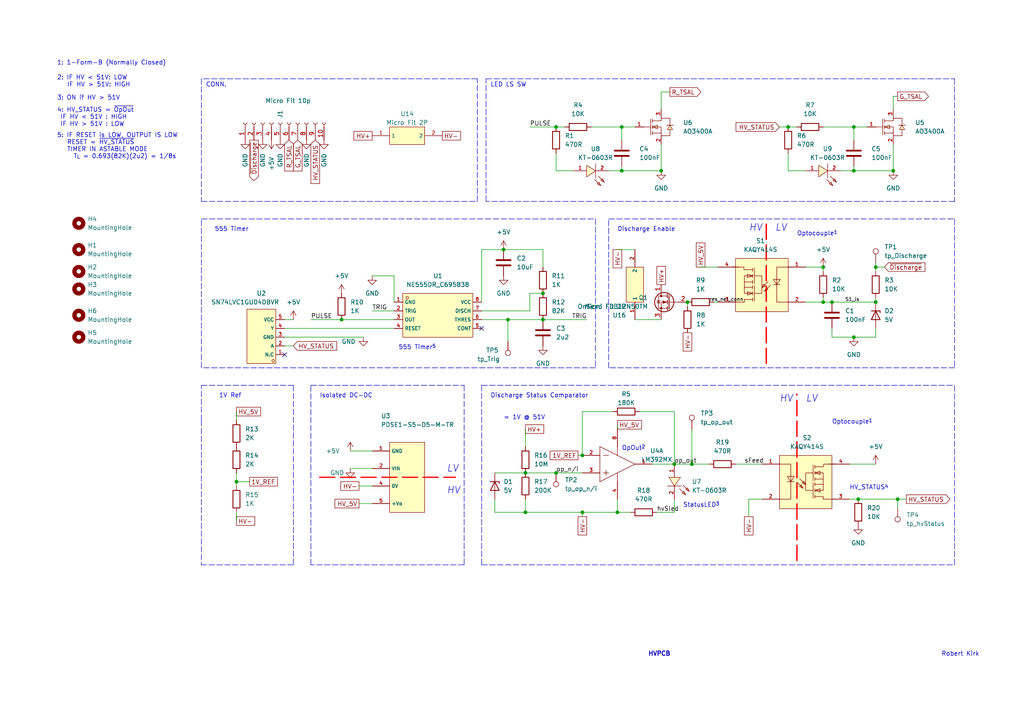
<source format=kicad_sch>
(kicad_sch (version 20211123) (generator eeschema)
  (paper "A4")
  (lib_symbols
    (symbol "Connector:Conn_01x10_Female" (pin_names (offset 1.016) hide)
      (property "Reference" "J" (at 0 12.7 0))
      (property "Value" "Conn_01x10_Female" (at 0 -15.24 0))
      (symbol "Conn_01x10_Female_1_1"
        (arc (start 0 -12.192) (mid -0.508 -12.7) (end 0 -13.208) (stroke (width 0.1524)))
        (arc (start 0 -9.652) (mid -0.508 -10.16) (end 0 -10.668) (stroke (width 0.1524)))
        (arc (start 0 -7.112) (mid -0.508 -7.62) (end 0 -8.128) (stroke (width 0.1524)))
        (arc (start 0 -4.572) (mid -0.508 -5.08) (end 0 -5.588) (stroke (width 0.1524)))
        (arc (start 0 -2.032) (mid -0.508 -2.54) (end 0 -3.048) (stroke (width 0.1524)))
        (polyline (pts (xy -1.27 -12.7) (xy -0.508 -12.7)) (stroke (width 0.1524)))
        (polyline (pts (xy -1.27 -10.16) (xy -0.508 -10.16)) (stroke (width 0.1524)))
        (polyline (pts (xy -1.27 -7.62) (xy -0.508 -7.62)) (stroke (width 0.1524)))
        (polyline (pts (xy -1.27 -5.08) (xy -0.508 -5.08)) (stroke (width 0.1524)))
        (polyline (pts (xy -1.27 -2.54) (xy -0.508 -2.54)) (stroke (width 0.1524)))
        (polyline (pts (xy -1.27 0) (xy -0.508 0)) (stroke (width 0.1524)))
        (polyline (pts (xy -1.27 2.54) (xy -0.508 2.54)) (stroke (width 0.1524)))
        (polyline (pts (xy -1.27 5.08) (xy -0.508 5.08)) (stroke (width 0.1524)))
        (polyline (pts (xy -1.27 7.62) (xy -0.508 7.62)) (stroke (width 0.1524)))
        (polyline (pts (xy -1.27 10.16) (xy -0.508 10.16)) (stroke (width 0.1524)))
        (arc (start 0 0.508) (mid -0.508 0) (end 0 -0.508) (stroke (width 0.1524)))
        (arc (start 0 3.048) (mid -0.508 2.54) (end 0 2.032) (stroke (width 0.1524)))
        (arc (start 0 5.588) (mid -0.508 5.08) (end 0 4.572) (stroke (width 0.1524)))
        (arc (start 0 8.128) (mid -0.508 7.62) (end 0 7.112) (stroke (width 0.1524)))
        (arc (start 0 10.668) (mid -0.508 10.16) (end 0 9.652) (stroke (width 0.1524)))
        (pin passive line (at -5.08 10.16 0) (length 3.81) (name "Pin_1") (number "1"))
        (pin passive line (at -5.08 -12.7 0) (length 3.81) (name "Pin_10") (number "10"))
        (pin passive line (at -5.08 7.62 0) (length 3.81) (name "Pin_2") (number "2"))
        (pin passive line (at -5.08 5.08 0) (length 3.81) (name "Pin_3") (number "3"))
        (pin passive line (at -5.08 2.54 0) (length 3.81) (name "Pin_4") (number "4"))
        (pin passive line (at -5.08 0 0) (length 3.81) (name "Pin_5") (number "5"))
        (pin passive line (at -5.08 -2.54 0) (length 3.81) (name "Pin_6") (number "6"))
        (pin passive line (at -5.08 -5.08 0) (length 3.81) (name "Pin_7") (number "7"))
        (pin passive line (at -5.08 -7.62 0) (length 3.81) (name "Pin_8") (number "8"))
        (pin passive line (at -5.08 -10.16 0) (length 3.81) (name "Pin_9") (number "9"))
      )
    )
    (symbol "Connector:TestPoint" (pin_numbers hide) (pin_names (offset 0.762) hide)
      (property "Reference" "TP" (at 0 6.858 0))
      (property "Value" "TestPoint" (at 0 5.08 0))
      (symbol "TestPoint_0_1"
        (circle (center 0 3.302) (radius 0.762))
      )
      (symbol "TestPoint_1_1"
        (pin passive line (at 0 0 90) (length 2.54) (name "1") (number "1"))
      )
    )
    (symbol "Device:C" (pin_numbers hide) (pin_names (offset 0.254))
      (property "Reference" "C" (at 0.635 2.54 0))
      (property "Value" "C" (at 0.635 -2.54 0))
      (symbol "C_0_1"
        (polyline (pts (xy -2.032 -0.762) (xy 2.032 -0.762)) (stroke (width 0.508)))
        (polyline (pts (xy -2.032 0.762) (xy 2.032 0.762)) (stroke (width 0.508)))
      )
      (symbol "C_1_1"
        (pin passive line (at 0 3.81 270) (length 2.794) (name "~") (number "1"))
        (pin passive line (at 0 -3.81 90) (length 2.794) (name "~") (number "2"))
      )
    )
    (symbol "Device:D_Zener" (pin_numbers hide) (pin_names (offset 1.016) hide)
      (property "Reference" "D" (at 0 2.54 0))
      (property "Value" "D_Zener" (at 0 -2.54 0))
      (symbol "D_Zener_0_1"
        (polyline (pts (xy 1.27 0) (xy -1.27 0)))
        (polyline (pts (xy -1.27 -1.27) (xy -1.27 1.27) (xy -0.762 1.27)) (stroke (width 0.254)))
        (polyline (pts (xy 1.27 -1.27) (xy 1.27 1.27) (xy -1.27 0) (xy 1.27 -1.27)) (stroke (width 0.254)))
      )
      (symbol "D_Zener_1_1"
        (pin passive line (at -3.81 0 0) (length 2.54) (name "K") (number "1"))
        (pin passive line (at 3.81 0 180) (length 2.54) (name "A") (number "2"))
      )
    )
    (symbol "Device:R" (pin_numbers hide) (pin_names (offset 0))
      (property "Reference" "R" (at 2.032 0 90))
      (property "Value" "R" (at 0 0 90))
      (symbol "R_0_1"
        (rectangle (start -1.016 -2.54) (end 1.016 2.54) (stroke (width 0.254)))
      )
      (symbol "R_1_1"
        (pin passive line (at 0 3.81 270) (length 1.27) (name "~") (number "1"))
        (pin passive line (at 0 -3.81 90) (length 1.27) (name "~") (number "2"))
      )
    )
    (symbol "Mechanical:MountingHole" (pin_names (offset 1.016))
      (property "Reference" "H" (at 0 5.08 0))
      (property "Value" "MountingHole" (at 0 3.175 0))
      (symbol "MountingHole_0_1"
        (circle (center 0 0) (radius 1.27) (stroke (width 1.27)))
      )
    )
    (symbol "Transistor_FET:BS170" (pin_names hide)
      (property "Reference" "Q" (at 5.08 1.905 0))
      (property "Value" "BS170" (at 5.08 0 0))
      (symbol "BS170_0_1"
        (polyline (pts (xy 0.254 0) (xy -2.54 0)))
        (polyline (pts (xy 0.254 1.905) (xy 0.254 -1.905)) (stroke (width 0.254)))
        (polyline (pts (xy 0.762 -1.27) (xy 0.762 -2.286)) (stroke (width 0.254)))
        (polyline (pts (xy 0.762 0.508) (xy 0.762 -0.508)) (stroke (width 0.254)))
        (polyline (pts (xy 0.762 2.286) (xy 0.762 1.27)) (stroke (width 0.254)))
        (polyline (pts (xy 2.54 2.54) (xy 2.54 1.778)))
        (polyline (pts (xy 2.54 -2.54) (xy 2.54 0) (xy 0.762 0)))
        (polyline (pts (xy 0.762 -1.778) (xy 3.302 -1.778) (xy 3.302 1.778) (xy 0.762 1.778)))
        (polyline (pts (xy 1.016 0) (xy 2.032 0.381) (xy 2.032 -0.381) (xy 1.016 0)) (fill (type outline)))
        (polyline (pts (xy 2.794 0.508) (xy 2.921 0.381) (xy 3.683 0.381) (xy 3.81 0.254)))
        (polyline (pts (xy 3.302 0.381) (xy 2.921 -0.254) (xy 3.683 -0.254) (xy 3.302 0.381)))
        (circle (center 1.651 0) (radius 2.794) (stroke (width 0.254)))
        (circle (center 2.54 -1.778) (radius 0.254) (fill (type outline)))
        (circle (center 2.54 1.778) (radius 0.254) (fill (type outline)))
      )
      (symbol "BS170_1_1"
        (pin passive line (at 2.54 5.08 270) (length 2.54) (name "D") (number "1"))
        (pin input line (at -5.08 0 0) (length 2.54) (name "G") (number "2"))
        (pin passive line (at 2.54 -5.08 90) (length 2.54) (name "S") (number "3"))
      )
    )
    (symbol "default_lib:0430450200"
      (property "Reference" "U" (at 0 1.27 0))
      (property "Value" "0430450200" (at 0 -2.54 0))
      (symbol "0430450200_0_0"
        (rectangle (start -5.08 -10.16) (end 5.08 -15.24) (fill (type background)))
        (pin unspecified line (at -10.16 -12.7 0) (length 5.08) (name "1") (number "1"))
        (pin unspecified line (at 10.16 -12.7 180) (length 5.08) (name "2") (number "2"))
      )
    )
    (symbol "default_lib:AO3400A" (pin_names hide)
      (property "Reference" "U" (at 0 1.27 0))
      (property "Value" "AO3400A" (at 0 -2.54 0))
      (symbol "AO3400A_0_0"
        (polyline (pts (xy -106.68 63.5) (xy -104.648 63.5)))
        (polyline (pts (xy -104.648 65.786) (xy -104.648 61.214)))
        (polyline (pts (xy -104.14 61.214) (xy -104.14 62.23)))
        (polyline (pts (xy -104.14 62.992) (xy -104.14 64.008)))
        (polyline (pts (xy -104.14 65.786) (xy -104.14 64.77)))
        (polyline (pts (xy -101.6 61.722) (xy -104.14 61.722)))
        (polyline (pts (xy -104.14 63.5) (xy -102.616 62.992) (xy -102.616 64.008) (xy -104.14 63.5)) (fill (type background)))
        (polyline (pts (xy -99.06 64.008) (xy -99.822 62.738) (xy -98.298 62.738) (xy -99.06 64.008)) (fill (type background)))
        (polyline (pts (xy -98.044 64.008) (xy -98.552 64.008) (xy -99.568 64.008) (xy -100.076 64.008)))
        (polyline (pts (xy -104.14 63.5) (xy -101.6 63.5) (xy -101.6 60.96) (xy -99.06 60.96) (xy -99.06 62.738)))
        (polyline (pts (xy -104.14 65.278) (xy -101.6 65.278) (xy -101.6 66.04) (xy -99.06 66.04) (xy -99.06 64.008)))
        (pin unspecified line (at -109.22 63.5 0) (length 2.54) (name "G") (number "1"))
        (pin unspecified line (at -101.6 58.42 90) (length 2.54) (name "S") (number "2"))
        (pin unspecified line (at -101.6 68.58 270) (length 2.54) (name "D") (number "3"))
      )
    )
    (symbol "default_lib:B0505S-2WR2"
      (property "Reference" "U3" (at -91.44 69.85 0))
      (property "Value" "PDSE1-S5-D5-M-TR " (at -91.44 67.31 0))
      (symbol "B0505S-2WR2_0_0"
        (rectangle (start -88.9 62.23) (end -78.74 41.91) (fill (type background)))
        (pin unspecified line (at -93.98 59.69 0) (length 5.08) (name "GND") (number "1"))
        (pin unspecified line (at -93.98 54.61 0) (length 5.08) (name "VIN") (number "2"))
        (pin unspecified line (at -93.98 49.53 0) (length 5.08) (name "0V") (number "4"))
        (pin unspecified line (at -93.98 44.45 0) (length 5.08) (name "+Vo") (number "5"))
      )
    )
    (symbol "default_lib:KAQY414S" (pin_names hide)
      (property "Reference" "S" (at 0 1.27 0))
      (property "Value" "KAQY414S" (at 0 -2.54 0))
      (symbol "KAQY414S_0_0"
        (rectangle (start -10.16 5.08) (end 5.08 -10.414) (fill (type background)))
        (polyline (pts (xy -7.874 -2.54) (xy -5.842 -2.54)))
        (polyline (pts (xy -5.08 -2.667) (xy -3.302 -4.445)))
        (polyline (pts (xy -4.318 -1.651) (xy -2.54 -3.429)))
        (polyline (pts (xy -2.54 -5.08) (xy -2.54 0)))
        (polyline (pts (xy -2.413 -5.08) (xy -0.381 -5.08)))
        (polyline (pts (xy -2.413 0) (xy -0.381 0)))
        (polyline (pts (xy -0.381 -2.794) (xy -0.381 -7.366)))
        (polyline (pts (xy -0.381 2.286) (xy -0.381 -2.286)))
        (polyline (pts (xy 0.127 -7.366) (xy 0.127 -6.35)))
        (polyline (pts (xy 0.127 -5.588) (xy 0.127 -4.572)))
        (polyline (pts (xy 0.127 -2.794) (xy 0.127 -3.81)))
        (polyline (pts (xy 0.127 -2.286) (xy 0.127 -1.27)))
        (polyline (pts (xy 0.127 -0.508) (xy 0.127 0.508)))
        (polyline (pts (xy 0.127 2.286) (xy 0.127 1.27)))
        (polyline (pts (xy 2.54 -6.858) (xy 0.127 -6.858)))
        (polyline (pts (xy 2.54 -5.08) (xy 2.54 -2.54)))
        (polyline (pts (xy 2.54 -3.302) (xy 0.127 -3.302)))
        (polyline (pts (xy 2.54 -1.778) (xy 0.127 -1.778)))
        (polyline (pts (xy 4.064 -7.62) (xy 6.096 -7.62)))
        (polyline (pts (xy 4.064 2.54) (xy 6.096 2.54)))
        (polyline (pts (xy -10.414 2.54) (xy -6.858 2.54) (xy -6.858 -7.62) (xy -10.16 -7.62)))
        (polyline (pts (xy -7.874 -1.016) (xy -5.842 -1.016) (xy -6.858 -2.54) (xy -7.874 -1.016)))
        (polyline (pts (xy -3.302 -4.445) (xy -3.81 -3.429) (xy -4.318 -3.937) (xy -3.302 -4.445)) (fill (type background)))
        (polyline (pts (xy -2.54 -3.429) (xy -3.048 -2.413) (xy -3.556 -2.921) (xy -2.54 -3.429)) (fill (type background)))
        (polyline (pts (xy 0.127 -5.08) (xy 1.651 -5.588) (xy 1.651 -4.572) (xy 0.127 -5.08)) (fill (type background)))
        (polyline (pts (xy 0.127 0) (xy 1.651 -0.508) (xy 1.651 0.508) (xy 0.127 0)) (fill (type background)))
        (polyline (pts (xy 2.54 -6.858) (xy 2.54 -7.366) (xy 2.54 -7.62) (xy 4.064 -7.62)))
        (polyline (pts (xy 2.54 -5.08) (xy 2.032 -5.08) (xy 1.016 -5.08) (xy 0.508 -5.08)))
        (polyline (pts (xy 0.127 1.778) (xy 2.667 1.778) (xy 2.667 2.54) (xy 3.937 2.54) (xy 5.08 2.54)))
        (polyline (pts (xy 0.127 0) (xy 2.54 0) (xy 2.54 -1.27) (xy 2.54 -2.54) (xy 2.54 -2.54) (xy 2.54 -2.54)))
        (pin unspecified line (at -15.24 2.54 0) (length 5.08) (name "1") (number "1"))
        (pin unspecified line (at -15.24 -7.62 0) (length 5.08) (name "2") (number "2"))
        (pin unspecified line (at 10.16 -7.62 180) (length 5.08) (name "3") (number "3"))
        (pin unspecified line (at 10.16 2.54 180) (length 5.08) (name "4") (number "4"))
      )
    )
    (symbol "default_lib:KT-0603R" (pin_names hide)
      (property "Reference" "U" (at 0 1.27 0))
      (property "Value" "KT-0603R" (at 0 -2.54 0))
      (symbol "KT-0603R_0_0"
        (polyline (pts (xy -103.632 64.516) (xy -105.41 62.738)))
        (polyline (pts (xy -102.87 64.008) (xy -102.87 68.072)))
        (polyline (pts (xy -102.616 63.5) (xy -104.394 61.722)))
        (polyline (pts (xy -105.41 62.738) (xy -104.394 63.246) (xy -104.902 63.754) (xy -105.41 62.738)) (fill (type background)))
        (polyline (pts (xy -104.394 61.722) (xy -103.378 62.23) (xy -103.886 62.738) (xy -104.394 61.722)) (fill (type background)))
        (polyline (pts (xy -100.33 67.564) (xy -102.87 66.04) (xy -100.33 64.262) (xy -100.33 67.564)) (fill (type background)))
        (pin unspecified line (at -96.52 66.04 180) (length 3.81) (name "A") (number "1"))
        (pin unspecified line (at -106.68 66.04 0) (length 3.81) (name "K") (number "2"))
      )
    )
    (symbol "default_lib:LM392MX" (pin_names hide)
      (property "Reference" "U" (at 0 1.27 0))
      (property "Value" "LM392MX" (at 0 -2.54 0))
      (symbol "LM392MX_1_0"
        (polyline (pts (xy -4.064 -15.24) (xy -2.54 -15.24)))
        (polyline (pts (xy -4.064 -10.16) (xy -2.54 -10.16)))
        (polyline (pts (xy -3.302 -14.478) (xy -3.302 -16.002)))
        (polyline (pts (xy 0 -15.24) (xy 0 -17.78)))
        (polyline (pts (xy 0 -7.62) (xy 0 -10.16)))
        (polyline (pts (xy -5.08 -17.78) (xy 5.08 -12.7) (xy -5.08 -7.62) (xy -5.08 -17.78)))
        (pin output line (at 10.16 -12.7 180) (length 5.08) (name "OUTA") (number "1"))
        (pin unspecified line (at -10.16 -10.16 0) (length 5.08) (name "INA-") (number "2"))
        (pin unspecified line (at -10.16 -15.24 0) (length 5.08) (name "INA+") (number "3"))
        (pin power_in line (at 0 -22.86 90) (length 5.08) (name "GND") (number "4"))
        (pin power_in line (at 0 -2.54 270) (length 5.08) (name "V+") (number "8"))
      )
      (symbol "LM392MX_2_0"
        (polyline (pts (xy -4.064 -15.24) (xy -2.54 -15.24)))
        (polyline (pts (xy -4.064 -10.16) (xy -2.54 -10.16)))
        (polyline (pts (xy -3.302 -14.478) (xy -3.302 -16.002)))
        (polyline (pts (xy 0 -15.24) (xy 0 -17.78)))
        (polyline (pts (xy 0 -7.62) (xy 0 -10.16)))
        (polyline (pts (xy -5.08 -17.78) (xy 5.08 -12.7) (xy -5.08 -7.62) (xy -5.08 -17.78)))
        (pin unspecified line (at -10.16 -15.24 0) (length 5.08) (name "INB+") (number "5"))
        (pin unspecified line (at -10.16 -10.16 0) (length 5.08) (name "INB-") (number "6"))
        (pin output line (at 10.16 -12.7 180) (length 5.08) (name "OUTB") (number "7"))
      )
    )
    (symbol "default_lib:NE555DR_C695838"
      (property "Reference" "U" (at 0 1.27 0))
      (property "Value" "NE555DR_C695838" (at 0 -2.54 0))
      (symbol "NE555DR_C695838_0_0"
        (rectangle (start -10.16 -6.35) (end 10.16 -19.05) (fill (type background)))
        (circle (center -8.89 -7.62) (radius 0.381) (fill (type background)))
        (pin unspecified line (at -12.7 -8.89 0) (length 2.54) (name "GND") (number "1"))
        (pin unspecified line (at -12.7 -11.43 0) (length 2.54) (name "TRIG") (number "2"))
        (pin unspecified line (at -12.7 -13.97 0) (length 2.54) (name "OUT") (number "3"))
        (pin unspecified line (at -12.7 -16.51 0) (length 2.54) (name "RESET") (number "4"))
        (pin unspecified line (at 12.7 -16.51 180) (length 2.54) (name "CONT") (number "5"))
        (pin unspecified line (at 12.7 -13.97 180) (length 2.54) (name "THRES") (number "6"))
        (pin unspecified line (at 12.7 -11.43 180) (length 2.54) (name "DISCH") (number "7"))
        (pin unspecified line (at 12.7 -8.89 180) (length 2.54) (name "VCC") (number "8"))
      )
    )
    (symbol "default_lib:SN74LVC1GU04DBVR"
      (property "Reference" "U" (at 0 1.27 0))
      (property "Value" "SN74LVC1GU04DBVR" (at 0 -2.54 0))
      (symbol "SN74LVC1GU04DBVR_0_0"
        (rectangle (start 0 -12.7) (end 8.382 -28.448) (fill (type background)))
        (circle (center 0.762 -13.462) (radius 0.381) (fill (type background)))
        (pin unspecified line (at -2.54 -15.24 0) (length 2.54) (name "N.C") (number "1"))
        (pin unspecified line (at -2.54 -17.78 0) (length 2.54) (name "A") (number "2"))
        (pin unspecified line (at -2.54 -20.32 0) (length 2.54) (name "GND") (number "3"))
        (pin unspecified line (at -2.54 -22.86 0) (length 2.54) (name "Y") (number "4"))
        (pin unspecified line (at -2.54 -25.4 0) (length 2.54) (name "VCC") (number "5"))
      )
    )
    (symbol "power:+5V" (power) (pin_names (offset 0))
      (property "Value" "+5V" (at 0 3.556 0))
      (symbol "+5V_0_1"
        (polyline (pts (xy -0.762 1.27) (xy 0 2.54)))
        (polyline (pts (xy 0 0) (xy 0 2.54)))
        (polyline (pts (xy 0 2.54) (xy 0.762 1.27)))
      )
      (symbol "+5V_1_1"
        (pin power_in line (at 0 0 90) (length 0) hide (name "+5V") (number "1"))
      )
    )
    (symbol "power:GND" (power) (pin_names (offset 0))
      (property "Value" "GND" (at 0 -3.81 0))
      (symbol "GND_0_1"
        (polyline (pts (xy 0 0) (xy 0 -1.27) (xy 1.27 -1.27) (xy 0 -2.54) (xy -1.27 -1.27) (xy 0 -1.27)))
      )
      (symbol "GND_1_1"
        (pin power_in line (at 0 0 270) (length 0) hide (name "GND") (number "1"))
      )
    )
  )
  (junction (at 200.66 134.62))
  (junction (at 247.65 97.79))
  (junction (at 157.48 85.09))
  (junction (at 152.4 137.16))
  (junction (at 254 87.63))
  (junction (at 238.76 77.47))
  (junction (at 238.76 87.63))
  (junction (at 228.6 36.83))
  (junction (at 254 77.47))
  (junction (at 168.91 132.08))
  (junction (at 248.92 144.78))
  (junction (at 241.3 87.63))
  (junction (at 146.05 72.39))
  (junction (at 247.65 49.53))
  (junction (at 157.48 92.71))
  (junction (at 259.08 49.53))
  (junction (at 68.58 139.7))
  (junction (at 161.29 36.83))
  (junction (at 152.4 148.59))
  (junction (at 99.06 92.71))
  (junction (at 180.34 36.83))
  (junction (at 147.32 92.71))
  (junction (at 191.77 49.53))
  (junction (at 247.65 36.83))
  (junction (at 179.07 148.59))
  (junction (at 161.29 137.16))
  (junction (at 260.35 144.78))
  (junction (at 180.34 49.53))
  (junction (at 195.58 134.62))
  (junction (at 168.91 148.59))
  (junction (at 199.39 87.63))
  (no_connect (at 82.55 102.87))
  (no_connect (at 139.7 95.25))
  (wire (pts (xy 161.29 49.53) (xy 166.37 49.53)))
  (wire (pts (xy 260.35 144.78) (xy 262.89 144.78)))
  (wire (pts (xy 259.08 41.91) (xy 259.08 49.53)))
  (polyline (pts (xy 92.71 138.43) (xy 132.08 138.43)) (stroke (width 0.4) (color 255 20 22 1)))
  (polyline (pts (xy 90.17 163.83) (xy 90.17 111.76)))
  (wire (pts (xy 228.6 49.53) (xy 233.68 49.53)))
  (wire (pts (xy 238.76 36.83) (xy 247.65 36.83)))
  (wire (pts (xy 153.67 85.09) (xy 153.67 90.17)))
  (wire (pts (xy 190.5 148.59) (xy 195.58 148.59)))
  (polyline (pts (xy 176.53 63.5) (xy 276.86 63.5)))
  (polyline (pts (xy 172.72 106.68) (xy 58.42 106.68)))
  (wire (pts (xy 248.92 144.78) (xy 260.35 144.78)))
  (wire (pts (xy 180.34 40.64) (xy 180.34 36.83)))
  (wire (pts (xy 139.7 87.63) (xy 139.7 72.39)))
  (wire (pts (xy 243.84 49.53) (xy 247.65 49.53)))
  (polyline (pts (xy 58.42 22.86) (xy 58.42 58.42)))
  (wire (pts (xy 143.51 137.16) (xy 152.4 137.16)))
  (wire (pts (xy 152.4 124.46) (xy 152.4 129.54)))
  (wire (pts (xy 152.4 137.16) (xy 161.29 137.16)))
  (polyline (pts (xy 85.09 111.76) (xy 85.09 163.83)))
  (wire (pts (xy 104.14 140.97) (xy 107.95 140.97)))
  (wire (pts (xy 82.55 95.25) (xy 114.3 95.25)))
  (polyline (pts (xy 138.43 58.42) (xy 138.43 22.86)))
  (wire (pts (xy 82.55 97.79) (xy 105.41 97.79)))
  (wire (pts (xy 157.48 92.71) (xy 170.18 92.71)))
  (polyline (pts (xy 276.86 106.68) (xy 176.53 106.68)))
  (wire (pts (xy 254 87.63) (xy 254 86.36)))
  (wire (pts (xy 152.4 144.78) (xy 152.4 148.59)))
  (wire (pts (xy 233.68 87.63) (xy 238.76 87.63)))
  (wire (pts (xy 68.58 139.7) (xy 68.58 140.97)))
  (wire (pts (xy 254 78.74) (xy 254 77.47)))
  (wire (pts (xy 195.58 134.62) (xy 200.66 134.62)))
  (wire (pts (xy 233.68 77.47) (xy 238.76 77.47)))
  (wire (pts (xy 200.66 134.62) (xy 205.74 134.62)))
  (wire (pts (xy 85.09 100.33) (xy 82.55 100.33)))
  (polyline (pts (xy 140.97 58.42) (xy 140.97 22.86)))
  (polyline (pts (xy 276.86 58.42) (xy 140.97 58.42)))
  (wire (pts (xy 228.6 36.83) (xy 231.14 36.83)))
  (wire (pts (xy 217.17 149.86) (xy 217.17 144.78)))
  (polyline (pts (xy 90.17 111.76) (xy 134.62 111.76)))
  (wire (pts (xy 184.15 92.71) (xy 191.77 92.71)))
  (polyline (pts (xy 172.72 63.5) (xy 172.72 106.68)))
  (wire (pts (xy 241.3 97.79) (xy 247.65 97.79)))
  (polyline (pts (xy 139.7 163.83) (xy 276.86 163.83)))
  (wire (pts (xy 139.7 72.39) (xy 146.05 72.39)))
  (polyline (pts (xy 276.86 22.86) (xy 276.86 58.42)))
  (polyline (pts (xy 134.62 111.76) (xy 134.62 163.83)))
  (wire (pts (xy 200.66 124.46) (xy 200.66 134.62)))
  (wire (pts (xy 90.17 92.71) (xy 99.06 92.71)))
  (wire (pts (xy 104.14 146.05) (xy 107.95 146.05)))
  (wire (pts (xy 241.3 87.63) (xy 254 87.63)))
  (wire (pts (xy 195.58 119.38) (xy 195.58 134.62)))
  (wire (pts (xy 195.58 148.59) (xy 195.58 144.78)))
  (wire (pts (xy 238.76 87.63) (xy 241.3 87.63)))
  (wire (pts (xy 199.39 88.9) (xy 199.39 87.63)))
  (wire (pts (xy 213.36 134.62) (xy 220.98 134.62)))
  (polyline (pts (xy 58.42 63.5) (xy 172.72 63.5)))
  (wire (pts (xy 207.01 87.63) (xy 208.28 87.63)))
  (wire (pts (xy 171.45 36.83) (xy 180.34 36.83)))
  (wire (pts (xy 179.07 123.19) (xy 179.07 124.46)))
  (wire (pts (xy 168.91 148.59) (xy 179.07 148.59)))
  (polyline (pts (xy 58.42 106.68) (xy 58.42 63.5)))
  (wire (pts (xy 114.3 87.63) (xy 114.3 80.01)))
  (wire (pts (xy 101.6 135.89) (xy 107.95 135.89)))
  (wire (pts (xy 254 77.47) (xy 256.54 77.47)))
  (wire (pts (xy 114.3 80.01) (xy 107.95 80.01)))
  (wire (pts (xy 153.67 36.83) (xy 161.29 36.83)))
  (wire (pts (xy 147.32 92.71) (xy 157.48 92.71)))
  (polyline (pts (xy 231.14 162.56) (xy 231.14 114.3)) (stroke (width 0.4) (color 255 0 0 1)))
  (wire (pts (xy 161.29 44.45) (xy 161.29 49.53)))
  (wire (pts (xy 147.32 99.06) (xy 147.32 92.71)))
  (wire (pts (xy 226.06 36.83) (xy 228.6 36.83)))
  (wire (pts (xy 143.51 148.59) (xy 152.4 148.59)))
  (wire (pts (xy 99.06 92.71) (xy 114.3 92.71)))
  (wire (pts (xy 180.34 48.26) (xy 180.34 49.53)))
  (wire (pts (xy 260.35 27.94) (xy 259.08 27.94)))
  (wire (pts (xy 254 97.79) (xy 254 95.25)))
  (wire (pts (xy 179.07 72.39) (xy 184.15 72.39)))
  (wire (pts (xy 191.77 41.91) (xy 191.77 49.53)))
  (wire (pts (xy 228.6 44.45) (xy 228.6 49.53)))
  (wire (pts (xy 238.76 87.63) (xy 238.76 86.36)))
  (wire (pts (xy 247.65 40.64) (xy 247.65 36.83)))
  (wire (pts (xy 247.65 49.53) (xy 259.08 49.53)))
  (polyline (pts (xy 276.86 63.5) (xy 276.86 106.68)))
  (wire (pts (xy 260.35 147.32) (xy 260.35 144.78)))
  (polyline (pts (xy 85.09 163.83) (xy 58.42 163.83)))
  (wire (pts (xy 68.58 148.59) (xy 68.58 151.13)))
  (wire (pts (xy 101.6 130.81) (xy 107.95 130.81)))
  (polyline (pts (xy 222.25 105.41) (xy 222.25 64.77)) (stroke (width 0.4) (color 255 0 0 1)))
  (wire (pts (xy 189.23 134.62) (xy 195.58 134.62)))
  (wire (pts (xy 146.05 72.39) (xy 157.48 72.39)))
  (wire (pts (xy 82.55 92.71) (xy 85.09 92.71)))
  (wire (pts (xy 161.29 36.83) (xy 163.83 36.83)))
  (polyline (pts (xy 58.42 121.92) (xy 58.42 111.76)))
  (wire (pts (xy 241.3 97.79) (xy 241.3 95.25)))
  (wire (pts (xy 251.46 36.83) (xy 247.65 36.83)))
  (polyline (pts (xy 139.7 111.76) (xy 139.7 163.83)))
  (wire (pts (xy 185.42 119.38) (xy 195.58 119.38)))
  (wire (pts (xy 176.53 49.53) (xy 180.34 49.53)))
  (polyline (pts (xy 58.42 58.42) (xy 138.43 58.42)))
  (wire (pts (xy 180.34 49.53) (xy 191.77 49.53)))
  (wire (pts (xy 168.91 148.59) (xy 168.91 149.86)))
  (wire (pts (xy 179.07 148.59) (xy 182.88 148.59)))
  (polyline (pts (xy 176.53 106.68) (xy 176.53 63.5)))
  (polyline (pts (xy 134.62 163.83) (xy 90.17 163.83)))
  (polyline (pts (xy 276.86 163.83) (xy 276.86 111.76)))
  (wire (pts (xy 167.64 132.08) (xy 168.91 132.08)))
  (wire (pts (xy 191.77 26.67) (xy 191.77 31.75)))
  (wire (pts (xy 247.65 97.79) (xy 254 97.79)))
  (wire (pts (xy 68.58 139.7) (xy 72.39 139.7)))
  (wire (pts (xy 238.76 77.47) (xy 238.76 78.74)))
  (polyline (pts (xy 58.42 121.92) (xy 58.42 163.83)))
  (wire (pts (xy 152.4 148.59) (xy 168.91 148.59)))
  (wire (pts (xy 203.2 77.47) (xy 208.28 77.47)))
  (polyline (pts (xy 140.97 22.86) (xy 276.86 22.86)))
  (wire (pts (xy 139.7 92.71) (xy 147.32 92.71)))
  (wire (pts (xy 107.95 90.17) (xy 114.3 90.17)))
  (wire (pts (xy 254 76.2) (xy 254 77.47)))
  (polyline (pts (xy 138.43 22.86) (xy 58.42 22.86)))
  (wire (pts (xy 68.58 137.16) (xy 68.58 139.7)))
  (wire (pts (xy 161.29 137.16) (xy 168.91 137.16)))
  (wire (pts (xy 246.38 144.78) (xy 248.92 144.78)))
  (polyline (pts (xy 58.42 111.76) (xy 85.09 111.76)))
  (polyline (pts (xy 139.7 111.76) (xy 276.86 111.76)))
  (wire (pts (xy 177.8 119.38) (xy 168.91 119.38)))
  (wire (pts (xy 157.48 72.39) (xy 157.48 77.47)))
  (wire (pts (xy 217.17 144.78) (xy 220.98 144.78)))
  (wire (pts (xy 246.38 134.62) (xy 254 134.62)))
  (wire (pts (xy 68.58 119.38) (xy 68.58 121.92)))
  (wire (pts (xy 143.51 148.59) (xy 143.51 144.78)))
  (wire (pts (xy 194.31 26.67) (xy 191.77 26.67)))
  (wire (pts (xy 179.07 144.78) (xy 179.07 148.59)))
  (wire (pts (xy 153.67 85.09) (xy 157.48 85.09)))
  (wire (pts (xy 184.15 36.83) (xy 180.34 36.83)))
  (wire (pts (xy 247.65 48.26) (xy 247.65 49.53)))
  (wire (pts (xy 168.91 119.38) (xy 168.91 132.08)))
  (wire (pts (xy 139.7 90.17) (xy 153.67 90.17)))
  (wire (pts (xy 259.08 27.94) (xy 259.08 31.75)))
  (text "555 Timer\n" (at 62.23 67.31 0) (effects (font (size 1.27 1.27)) (justify left bottom)))
  (text "HV\n" (at 226.06 116.84 0) (effects (font (size 2 2) italic) (justify left bottom)))
  (text "HV_STATUS^{4}" (at 246.38 142.24 0) (effects (font (size 1.27 1.27)) (justify left bottom)))
  (text "Optocouple^{1}" (at 241.3 123.19 0) (effects (font (size 1.27 1.27)) (justify left bottom)))
  (text "HV\n" (at 217.17 67.31 0) (effects (font (size 2 2) italic) (justify left bottom)))
  (text "HV" (at 129.54 143.51 0) (effects (font (size 2 2) italic) (justify left bottom)))
  (text "= 1V @ 51V\n" (at 146.05 121.92 0) (effects (font (size 1.27 1.27)) (justify left bottom)))
  (text "1V Ref\n" (at 63.5 115.57 0) (effects (font (size 1.27 1.27)) (justify left bottom)))
  (text "CONN." (at 59.69 25.4 0) (effects (font (size 1.27 1.27)) (justify left bottom)))
  (text "Discharge Status Comparator\n" (at 142.24 115.57 0) (effects (font (size 1.27 1.27)) (justify left bottom)))
  (text "555 Timer^{5}\n" (at 115.57 101.6 0) (effects (font (size 1.27 1.27)) (justify left bottom)))
  (text "OpOut^{2}" (at 180.34 130.81 0) (effects (font (size 1.27 1.27)) (justify left bottom)))
  (text "Robert Kirk" (at 273.05 190.5 0) (effects (font (size 1.27 1.27)) (justify left bottom)))
  (text "HVPCB" (at 187.96 190.5 0) (effects (font (size 1.27 1.27) (thickness 0.254) bold) (justify left bottom)))
  (text "LV" (at 224.79 67.31 0) (effects (font (size 2 2) italic) (justify left bottom)))
  (text "LV" (at 233.68 116.84 0) (effects (font (size 2 2) italic) (justify left bottom)))
  (text "Isolated DC-DC" (at 92.71 115.57 0) (effects (font (size 1.27 1.27)) (justify left bottom)))
  (text "LV" (at 129.54 137.16 0) (effects (font (size 2 2) italic) (justify left bottom)))
  (text "5: IF RESET is LOW, OUTPUT IS LOW\n   RESET = ~{HV_STATUS}\n   TIMER IN ASTABLE MODE\n	T_{L} = 0.693(82K)(2u2) = 1/8s \n\n" (at 16.51 48.26 0) (effects (font (size 1.27 1.27)) (justify left bottom)))
  (text "LED LS SW" (at 142.24 25.4 0) (effects (font (size 1.27 1.27)) (justify left bottom)))
  (text "Optocouple^{1}" (at 231.14 68.58 0) (effects (font (size 1.27 1.27)) (justify left bottom)))
  (text "StatusLED^{3}" (at 198.12 147.32 0) (effects (font (size 1.27 1.27)) (justify left bottom)))
  (text "3: ON if HV > 51V" (at 16.51 29.21 0) (effects (font (size 1.27 1.27)) (justify left bottom)))
  (text "2: IF HV < 51V: LOW\n   IF HV > 51V: HIGH" (at 16.51 25.4 0) (effects (font (size 1.27 1.27)) (justify left bottom)))
  (text "1: 1-Form-B (Normally Closed)" (at 16.51 19.05 0) (effects (font (size 1.27 1.27)) (justify left bottom)))
  (text "4: HV_STATUS = ~{OpOut}\n IF HV < 51V : HIGH\n IF HV > 51V : LOW" (at 16.51 36.83 0) (effects (font (size 1.27 1.27)) (justify left bottom)))
  (text "Discharge Enable" (at 179.07 67.31 0) (effects (font (size 1.27 1.27)) (justify left bottom)))
  (label "op_n{slash}i" (at 161.29 137.16 0))
  (label "PULSE" (at 153.67 36.83 0))
  (label "res_net_conn" (at 205.74 87.63 0) (effects (font (size 1 1))))
  (label "S1_ls" (at 245.11 87.63 0) (effects (font (size 1 1))))
  (label "PULSE" (at 90.17 92.71 0))
  (label "op_out" (at 195.58 134.62 0))
  (label "sFeed" (at 215.9 134.62 0))
  (label "TRIG" (at 170.18 92.71 180))
  (label "TRIG" (at 107.95 90.17 0))
  (label "hvSled" (at 190.5 148.59 0))
  (global_label "1V_REF" (shape passive) (at 167.64 132.08 180) (property "Intersheet References" "${INTERSHEET_REFS}" (effects hide)))
  (global_label "HV-" (shape passive) (at 168.91 149.86 270) (property "Intersheet References" "${INTERSHEET_REFS}" (effects hide)))
  (global_label "HV+" (shape passive) (at 107.95 39.37 180) (property "Intersheet References" "${INTERSHEET_REFS}" (effects hide)))
  (global_label "R_TSAL" (shape output) (at 194.31 26.67 0) (property "Intersheet References" "${INTERSHEET_REFS}" (effects hide)))
  (global_label "HV+" (shape passive) (at 191.77 82.55 90) (property "Intersheet References" "${INTERSHEET_REFS}" (effects hide)))
  (global_label "HV-" (shape passive) (at 128.27 39.37 0) (property "Intersheet References" "${INTERSHEET_REFS}" (effects hide)))
  (global_label "HV_STATUS" (shape input) (at 91.44 40.64 270) (property "Intersheet References" "${INTERSHEET_REFS}" (effects hide)))
  (global_label "HV_5V" (shape passive) (at 203.2 77.47 90) (property "Intersheet References" "${INTERSHEET_REFS}" (effects hide)))
  (global_label "HV_STATUS" (shape input) (at 226.06 36.83 180) (property "Intersheet References" "${INTERSHEET_REFS}" (effects hide)))
  (global_label "HV-" (shape passive) (at 217.17 149.86 270) (property "Intersheet References" "${INTERSHEET_REFS}" (effects hide)))
  (global_label "~{Discharge}" (shape input) (at 256.54 77.47 0) (property "Intersheet References" "${INTERSHEET_REFS}" (effects hide)))
  (global_label "HV-" (shape passive) (at 179.07 72.39 270) (property "Intersheet References" "${INTERSHEET_REFS}" (effects hide)))
  (global_label "HV-" (shape passive) (at 199.39 96.52 270) (property "Intersheet References" "${INTERSHEET_REFS}" (effects hide)))
  (global_label "HV_5V" (shape passive) (at 68.58 119.38 0) (property "Intersheet References" "${INTERSHEET_REFS}" (effects hide)))
  (global_label "1V_REF" (shape passive) (at 72.39 139.7 0) (property "Intersheet References" "${INTERSHEET_REFS}" (effects hide)))
  (global_label "HV_5V" (shape passive) (at 179.07 123.19 0) (property "Intersheet References" "${INTERSHEET_REFS}" (effects hide)))
  (global_label "~{Discharge}" (shape output) (at 73.66 40.64 270) (property "Intersheet References" "${INTERSHEET_REFS}" (effects hide)))
  (global_label "HV_5V" (shape passive) (at 104.14 146.05 180) (property "Intersheet References" "${INTERSHEET_REFS}" (effects hide)))
  (global_label "G_TSAL" (shape input) (at 86.36 40.64 270) (property "Intersheet References" "${INTERSHEET_REFS}" (effects hide)))
  (global_label "HV_STATUS" (shape output) (at 262.89 144.78 0) (property "Intersheet References" "${INTERSHEET_REFS}" (effects hide)))
  (global_label "R_TSAL" (shape input) (at 83.82 40.64 270) (property "Intersheet References" "${INTERSHEET_REFS}" (effects hide)))
  (global_label "HV_STATUS" (shape input) (at 85.09 100.33 0) (property "Intersheet References" "${INTERSHEET_REFS}" (effects hide)))
  (global_label "G_TSAL" (shape output) (at 260.35 27.94 0) (property "Intersheet References" "${INTERSHEET_REFS}" (effects hide)))
  (global_label "HV+" (shape passive) (at 152.4 124.46 0) (property "Intersheet References" "${INTERSHEET_REFS}" (effects hide)))
  (global_label "HV-" (shape passive) (at 104.14 140.97 180) (property "Intersheet References" "${INTERSHEET_REFS}" (effects hide)))
  (global_label "HV-" (shape passive) (at 68.58 151.13 0) (property "Intersheet References" "${INTERSHEET_REFS}" (effects hide)))
  (symbol (lib_id "Mechanical:MountingHole") (at 22.86 78.74 0) (unit 1)
    (property "Reference" "H2" (at 25.4 77.4699 0) (effects (justify left)))
    (property "Value" "MountingHole" (at 25.4 80.0099 0) (effects (justify left)))
    (property "Footprint" "MountingHole:MountingHole_2.2mm_M2" (effects hide))
  )
  (symbol (lib_id "Device:R") (at 68.58 144.78 0) (unit 1)
    (property "Reference" "R15" (at 71.12 143.5099 0) (effects (justify left)))
    (property "Value" "1K" (at 71.12 146.0499 0) (effects (justify left)))
    (property "Footprint" "Resistor_SMD:R_0603_1608Metric_Pad0.98x0.95mm_HandSolder" (effects hide))
  )
  (symbol (lib_id "default_lib:NE555DR_C695838") (at 127 78.74 0) (unit 1)
    (property "Reference" "U1" (at 127 80.01 0))
    (property "Value" "NE555DR_C695838" (at 127 82.55 0))
    (property "Footprint" "footprint:SOP-8_L5.0-W4.0-P1.27-LS6.0-BL" (effects hide))
    (property "Datasheet" "https://datasheet.lcsc.com/lcsc/2008271808_UMW-Youtai-Semiconductor-Co---Ltd--NE555DR_C695838.pdf" (effects hide))
    (property "LCSC" "C695838" (effects hide))
  )
  (symbol (lib_id "default_lib:AO3400A") (at 360.68 100.33 0) (unit 1)
    (property "Reference" "U5" (at 265.43 35.5599 0) (effects (justify left)))
    (property "Value" "AO3400A" (at 265.43 38.0999 0) (effects (justify left)))
    (property "Footprint" "footprint:SOT-23-3_L2.9-W1.6-P1.90-LS2.8-BR" (effects hide))
    (property "Datasheet" "https://item.szlcsc.com/14454.html" (effects hide))
    (property "LCSC" "C20917" (effects hide))
  )
  (symbol (lib_id "default_lib:KT-0603R") (at 261.62 38.1 90) (unit 1)
    (property "Reference" "U7" (at 200.66 139.6999 90) (effects (justify right)))
    (property "Value" "KT-0603R" (at 200.66 142.2399 90) (effects (justify right)))
    (property "Footprint" "footprint:LED0603-R-RD" (effects hide))
    (property "Datasheet" "https://lcsc.com/product-detail/Light-Emitting-Diodes-LED_Hubei-KENTO-Elec-0603-Green_C12624.html" (effects hide))
    (property "LCSC" "C2286" (effects hide))
  )
  (symbol (lib_id "Device:D_Zener") (at 143.51 140.97 270) (unit 1)
    (property "Reference" "D1" (at 146.05 139.6999 90) (effects (justify left)))
    (property "Value" "5V" (at 146.05 142.2399 90) (effects (justify left)))
    (property "Footprint" "footprint:LL-34_L3.5-W1.5-RD" (effects hide))
  )
  (symbol (lib_id "Device:R") (at 161.29 40.64 180) (unit 1)
    (property "Reference" "R1" (at 163.83 39.3699 0) (effects (justify right)))
    (property "Value" "470R" (at 163.83 41.9099 0) (effects (justify right)))
    (property "Footprint" "Resistor_SMD:R_0603_1608Metric_Pad0.98x0.95mm_HandSolder" (effects hide))
  )
  (symbol (lib_id "power:+5V") (at 101.6 130.81 0) (unit 1)
    (property "Reference" "#PWR0113" (effects hide))
    (property "Value" "+5V" (at 96.52 130.81 0))
  )
  (symbol (lib_id "Device:R") (at 152.4 133.35 0) (unit 1)
    (property "Reference" "R16" (at 154.94 132.0799 0) (effects (justify left)))
    (property "Value" "10M" (at 154.94 134.6199 0) (effects (justify left)))
    (property "Footprint" "Resistor_SMD:R_0603_1608Metric_Pad0.98x0.95mm_HandSolder" (effects hide))
  )
  (symbol (lib_id "Device:R") (at 152.4 140.97 0) (unit 1)
    (property "Reference" "R17" (at 154.94 139.6999 0) (effects (justify left)))
    (property "Value" "200K" (at 154.94 142.2399 0) (effects (justify left)))
    (property "Footprint" "Resistor_SMD:R_0603_1608Metric_Pad0.98x0.95mm_HandSolder" (effects hide))
  )
  (symbol (lib_id "Connector:TestPoint") (at 161.29 137.16 180) (unit 1)
    (property "Reference" "TP2" (at 163.83 139.1919 0) (effects (justify right)))
    (property "Value" "tp_op_n/i" (at 163.83 141.7319 0) (effects (justify right)))
    (property "Footprint" "TestPoint:TestPoint_THTPad_D2.0mm_Drill1.0mm" (effects hide))
  )
  (symbol (lib_id "power:+5V") (at 85.09 92.71 0) (unit 1)
    (property "Reference" "#PWR0106" (effects hide))
    (property "Value" "+5V" (at 85.09 87.63 0))
  )
  (symbol (lib_id "Mechanical:MountingHole") (at 22.86 91.44 0) (unit 1)
    (property "Reference" "H6" (at 25.4 90.1699 0) (effects (justify left)))
    (property "Value" "MountingHole" (at 25.4 92.7099 0) (effects (justify left)))
    (property "Footprint" "MountingHole:MountingHole_2.2mm_M2" (effects hide))
  )
  (symbol (lib_id "power:GND") (at 248.92 152.4 0) (unit 1)
    (property "Reference" "#PWR0110" (effects hide))
    (property "Value" "GND" (at 248.92 157.48 0))
  )
  (symbol (lib_id "Device:R") (at 68.58 125.73 0) (unit 1)
    (property "Reference" "R13" (at 71.12 124.4599 0) (effects (justify left)))
    (property "Value" "2K" (at 71.12 126.9999 0) (effects (justify left)))
    (property "Footprint" "Resistor_SMD:R_0603_1608Metric_Pad0.98x0.95mm_HandSolder" (effects hide))
  )
  (symbol (lib_id "Device:R") (at 228.6 40.64 180) (unit 1)
    (property "Reference" "R6" (at 231.14 39.3699 0) (effects (justify right)))
    (property "Value" "470R" (at 231.14 41.9099 0) (effects (justify right)))
    (property "Footprint" "Resistor_SMD:R_0603_1608Metric_Pad0.98x0.95mm_HandSolder" (effects hide))
  )
  (symbol (lib_id "power:GND") (at 76.2 40.64 0) (unit 1)
    (property "Reference" "#PWR0118" (effects hide))
    (property "Value" "GND" (at 76.1999 44.45 90) (effects (justify right)))
  )
  (symbol (lib_id "Mechanical:MountingHole") (at 22.86 72.39 0) (unit 1)
    (property "Reference" "H1" (at 25.4 71.1199 0) (effects (justify left)))
    (property "Value" "MountingHole" (at 25.4 73.6599 0) (effects (justify left)))
    (property "Footprint" "MountingHole:MountingHole_2.2mm_M2" (effects hide))
  )
  (symbol (lib_id "power:+5V") (at 238.76 77.47 0) (unit 1)
    (property "Reference" "#PWR0102" (effects hide))
    (property "Value" "+5V" (at 238.76 72.39 0))
  )
  (symbol (lib_id "default_lib:KAQY414S") (at 218.44 80.01 0) (mirror y) (unit 1)
    (property "Reference" "S1" (at 220.599 69.85 0))
    (property "Value" "KAQY414S" (at 220.599 72.39 0))
    (property "Footprint" "footprint:SOP-4_L3.9-W4.4-P2.54-LS7.0-BR" (effects hide))
    (property "Datasheet" "https://datasheet.lcsc.com/lcsc/2109070930_Cosmo-Electronics-KAQY414S_C2890346.pdf" (effects hide))
    (property "LCSC" "C2890346" (effects hide))
    (property "Supplier Link" "https://www.lcsc.com/product-detail/Solid-State-Relays-MOS-Output-PhotoMOS_Cosmo-Electronics-KAQY414S_C2890346.html" (effects hide))
  )
  (symbol (lib_id "default_lib:SN74LVC1GU04DBVR") (at 80.01 118.11 180) (unit 1)
    (property "Reference" "U2" (at 75.819 85.09 0))
    (property "Value" "SN74LVC1GU04DBVR" (at 71.12 87.63 0))
    (property "Footprint" "footprint:SOT-23-5_L3.0-W1.7-P0.95-LS2.8-BR" (effects hide))
    (property "Datasheet" "https://www.ti.com/cn/lit/ds/symlink/sn74lvc1gu04.pdf?ts=1667165057095&ref_url=https%253A%252F%252Flcsc.com%252F" (effects hide))
    (property "LCSC" "C81934" (effects hide))
  )
  (symbol (lib_id "power:GND") (at 146.05 80.01 0) (unit 1)
    (property "Reference" "#PWR0108" (effects hide))
    (property "Value" "GND" (at 146.05 85.09 0))
  )
  (symbol (lib_id "Transistor_FET:BS170") (at 194.31 87.63 0) (mirror y) (unit 1)
    (property "Reference" "Q1" (at 187.96 86.3599 0) (effects (justify left)))
    (property "Value" "OnSemi FDB12N50TM" (at 187.96 88.8999 0) (effects (justify left)))
    (property "Footprint" "Package_TO_SOT_SMD:TO-263-2_TabPin1_D2PAK" (effects hide))
    (property "Datasheet" "https://datasheet.lcsc.com/lcsc/1912111437_onsemi-FDB12N50TM_C424482.pdf" (effects hide))
    (property "LCSC #" "C424482" (effects hide))
  )
  (symbol (lib_id "Device:C") (at 146.05 76.2 0) (unit 1)
    (property "Reference" "C2" (at 149.86 74.9299 0) (effects (justify left)))
    (property "Value" "10uF" (at 149.86 77.47 0) (effects (justify left)))
    (property "Footprint" "Resistor_SMD:R_0603_1608Metric_Pad0.98x0.95mm_HandSolder" (effects hide))
  )
  (symbol (lib_id "power:GND") (at 107.95 80.01 0) (unit 1)
    (property "Reference" "#PWR0104" (effects hide))
    (property "Value" "GND" (at 107.95 85.09 0))
  )
  (symbol (lib_id "Connector:TestPoint") (at 147.32 99.06 180) (unit 1)
    (property "Reference" "TP5" (at 140.97 101.6 0) (effects (justify right)))
    (property "Value" "tp_Trig" (at 138.43 104.14 0) (effects (justify right)))
    (property "Footprint" "TestPoint:TestPoint_THTPad_D2.0mm_Drill1.0mm" (effects hide))
  )
  (symbol (lib_id "Device:C") (at 157.48 96.52 0) (unit 1)
    (property "Reference" "C3" (at 161.29 95.2499 0) (effects (justify left)))
    (property "Value" "2u2" (at 161.29 97.79 0) (effects (justify left)))
    (property "Footprint" "Resistor_SMD:R_0603_1608Metric_Pad0.98x0.95mm_HandSolder" (effects hide))
  )
  (symbol (lib_id "default_lib:KT-0603R") (at 137.16 115.57 0) (mirror y) (unit 1)
    (property "Reference" "U9" (at 240.03 43.18 0))
    (property "Value" "KT-0603R" (at 240.03 45.72 0))
    (property "Footprint" "footprint:LED0603-R-RD" (effects hide))
    (property "Datasheet" "https://lcsc.com/product-detail/Light-Emitting-Diodes-LED_Hubei-KENTO-Elec-0603-Green_C12624.html" (effects hide))
    (property "LCSC" "C2286" (effects hide))
  )
  (symbol (lib_id "Connector:Conn_01x10_Female") (at 81.28 35.56 90) (unit 1)
    (property "Reference" "J1" (at 81.2799 34.29 0) (effects (justify left)))
    (property "Value" "Micro Fit 10p" (at 90.17 29.21 90) (effects (justify left)))
    (property "Footprint" "Connector_Molex:Molex_Micro-Fit_3.0_43650-1010_1x10-1MP_P3.00mm_Horizontal" (effects hide))
  )
  (symbol (lib_id "Connector:TestPoint") (at 260.35 147.32 180) (unit 1)
    (property "Reference" "TP4" (at 262.89 149.3519 0) (effects (justify right)))
    (property "Value" "tp_hvStatus" (at 262.89 151.8919 0) (effects (justify right)))
    (property "Footprint" "TestPoint:TestPoint_THTPad_D2.0mm_Drill1.0mm" (effects hide))
  )
  (symbol (lib_id "Connector:TestPoint") (at 254 76.2 0) (unit 1)
    (property "Reference" "TP1" (at 256.54 71.6279 0) (effects (justify left)))
    (property "Value" "tp_Discharge" (at 256.54 74.1679 0) (effects (justify left)))
    (property "Footprint" "TestPoint:TestPoint_THTPad_D2.0mm_Drill1.0mm" (effects hide))
  )
  (symbol (lib_id "Device:R") (at 186.69 148.59 90) (unit 1)
    (property "Reference" "R18" (at 186.69 142.24 90))
    (property "Value" "470R" (at 186.69 144.78 90))
    (property "Footprint" "Resistor_SMD:R_0603_1608Metric_Pad0.98x0.95mm_HandSolder" (effects hide))
  )
  (symbol (lib_id "Device:R") (at 157.48 81.28 0) (unit 1)
    (property "Reference" "R11" (at 160.02 80.0099 0) (effects (justify left)))
    (property "Value" "1K" (at 160.02 82.5499 0) (effects (justify left)))
    (property "Footprint" "Resistor_SMD:R_0603_1608Metric_Pad0.98x0.95mm_HandSolder" (effects hide))
  )
  (symbol (lib_id "power:GND") (at 93.98 40.64 0) (unit 1)
    (property "Reference" "#PWR0116" (effects hide))
    (property "Value" "GND" (at 93.9799 44.45 90) (effects (justify right)))
  )
  (symbol (lib_id "default_lib:0430450200") (at 118.11 26.67 0) (unit 1)
    (property "Reference" "U14" (at 118.11 33.02 0))
    (property "Value" "Micro Fit 2P" (at 118.11 35.56 0))
    (property "Footprint" "footprint:CONN-TH_43045-0200" (effects hide))
    (property "Datasheet" "https://datasheet.lcsc.com/lcsc/1811051320_MOLEX-430450200_C122431.pdf" (effects hide))
    (property "LCSC" "C122431" (effects hide))
  )
  (symbol (lib_id "default_lib:KT-0603R") (at 69.85 115.57 0) (mirror y) (unit 1)
    (property "Reference" "U8" (at 172.72 43.18 0))
    (property "Value" "KT-0603R" (at 172.72 45.72 0))
    (property "Footprint" "footprint:LED0603-R-RD" (effects hide))
    (property "Datasheet" "https://lcsc.com/product-detail/Light-Emitting-Diodes-LED_Hubei-KENTO-Elec-0603-Green_C12624.html" (effects hide))
    (property "LCSC" "C2286" (effects hide))
  )
  (symbol (lib_id "Device:R") (at 238.76 82.55 0) (unit 1)
    (property "Reference" "R2" (at 241.3 81.2799 0) (effects (justify left)))
    (property "Value" "10K" (at 241.3 83.8199 0) (effects (justify left)))
    (property "Footprint" "Resistor_SMD:R_0603_1608Metric_Pad0.98x0.95mm_HandSolder" (effects hide))
  )
  (symbol (lib_id "power:GND") (at 247.65 97.79 0) (unit 1)
    (property "Reference" "#PWR0101" (effects hide))
    (property "Value" "GND" (at 247.65 102.87 0))
  )
  (symbol (lib_id "power:GND") (at 157.48 100.33 0) (unit 1)
    (property "Reference" "#PWR0111" (effects hide))
    (property "Value" "GND" (at 157.48 105.41 0))
  )
  (symbol (lib_id "power:GND") (at 259.08 49.53 0) (unit 1)
    (property "Reference" "#PWR02" (effects hide))
    (property "Value" "GND" (at 259.08 54.61 0))
  )
  (symbol (lib_id "power:+5V") (at 99.06 85.09 0) (unit 1)
    (property "Reference" "#PWR0103" (effects hide))
    (property "Value" "+5V" (at 99.06 80.01 0))
  )
  (symbol (lib_id "default_lib:0430450200") (at 171.45 82.55 90) (unit 1)
    (property "Reference" "U16" (at 181.61 91.44 90) (effects (justify left)))
    (property "Value" "Micro Fit 2P" (at 181.61 88.9 90) (effects (justify left)))
    (property "Footprint" "footprint:CONN-TH_43045-0200" (effects hide))
    (property "Datasheet" "https://datasheet.lcsc.com/lcsc/1811051320_MOLEX-430450200_C122431.pdf" (effects hide))
    (property "LCSC" "C122431" (effects hide))
  )
  (symbol (lib_id "default_lib:AO3400A") (at 293.37 100.33 0) (unit 1)
    (property "Reference" "U6" (at 198.12 35.5599 0) (effects (justify left)))
    (property "Value" "AO3400A" (at 198.12 38.0999 0) (effects (justify left)))
    (property "Footprint" "footprint:SOT-23-3_L2.9-W1.6-P1.90-LS2.8-BR" (effects hide))
    (property "Datasheet" "https://item.szlcsc.com/14454.html" (effects hide))
    (property "LCSC" "C20917" (effects hide))
  )
  (symbol (lib_id "power:GND") (at 101.6 135.89 0) (unit 1)
    (property "Reference" "#PWR0112" (effects hide))
    (property "Value" "GND" (at 97.79 137.16 0))
  )
  (symbol (lib_id "Device:R") (at 167.64 36.83 90) (unit 1)
    (property "Reference" "R4" (at 167.64 30.48 90))
    (property "Value" "10K" (at 167.64 33.02 90))
    (property "Footprint" "Resistor_SMD:R_0603_1608Metric_Pad0.98x0.95mm_HandSolder" (effects hide))
  )
  (symbol (lib_id "Mechanical:MountingHole") (at 22.86 64.77 0) (unit 1)
    (property "Reference" "H4" (at 25.4 63.4999 0) (effects (justify left)))
    (property "Value" "MountingHole" (at 25.4 66.0399 0) (effects (justify left)))
    (property "Footprint" "MountingHole:MountingHole_2.2mm_M2" (effects hide))
  )
  (symbol (lib_id "default_lib:LM392MX") (at 179.07 121.92 0) (unit 1)
    (property "Reference" "U4" (at 190.5 130.7416 0))
    (property "Value" "LM392MX" (at 190.5 133.2816 0))
    (property "Footprint" "footprint:SOIC-8_L5.0-W4.0-P1.27-LS6.0-BL" (effects hide))
    (property "Datasheet" "https://www.ti.com/cn/lit/gpn/lm392-n" (effects hide))
    (property "LCSC" "C7954" (effects hide))
  )
  (symbol (lib_id "power:GND") (at 88.9 40.64 0) (unit 1)
    (property "Reference" "#PWR0115" (effects hide))
    (property "Value" "GND" (at 88.8999 44.45 90) (effects (justify right)))
  )
  (symbol (lib_id "Device:C") (at 247.65 44.45 0) (unit 1)
    (property "Reference" "C5" (at 252.73 43.18 0) (effects (justify left)))
    (property "Value" "100nF" (at 252.73 45.72 0) (effects (justify left)))
    (property "Footprint" "Resistor_SMD:R_0603_1608Metric_Pad0.98x0.95mm_HandSolder" (effects hide))
  )
  (symbol (lib_id "Device:D_Zener") (at 254 91.44 270) (unit 1)
    (property "Reference" "D2" (at 256.54 90.1699 90) (effects (justify left)))
    (property "Value" "5V" (at 256.54 92.7099 90) (effects (justify left)))
    (property "Footprint" "footprint:LL-34_L3.5-W1.5-RD" (effects hide))
  )
  (symbol (lib_id "Device:C") (at 180.34 44.45 0) (unit 1)
    (property "Reference" "C4" (at 185.42 43.18 0) (effects (justify left)))
    (property "Value" "100nF" (at 185.42 45.72 0) (effects (justify left)))
    (property "Footprint" "Resistor_SMD:R_0603_1608Metric_Pad0.98x0.95mm_HandSolder" (effects hide))
  )
  (symbol (lib_id "power:GND") (at 191.77 49.53 0) (unit 1)
    (property "Reference" "#PWR01" (effects hide))
    (property "Value" "GND" (at 191.77 54.61 0))
  )
  (symbol (lib_id "Device:R") (at 99.06 88.9 0) (unit 1)
    (property "Reference" "R10" (at 101.6 87.6299 0) (effects (justify left)))
    (property "Value" "1K" (at 101.6 90.1699 0) (effects (justify left)))
    (property "Footprint" "Resistor_SMD:R_0603_1608Metric_Pad0.98x0.95mm_HandSolder" (effects hide))
  )
  (symbol (lib_id "Device:R") (at 248.92 148.59 180) (unit 1)
    (property "Reference" "R20" (at 251.46 147.3199 0) (effects (justify right)))
    (property "Value" "10K" (at 251.46 149.8599 0) (effects (justify right)))
    (property "Footprint" "Resistor_SMD:R_0603_1608Metric_Pad0.98x0.95mm_HandSolder" (effects hide))
  )
  (symbol (lib_id "power:GND") (at 105.41 97.79 0) (unit 1)
    (property "Reference" "#PWR0105" (effects hide))
    (property "Value" "GND" (at 99.06 99.06 0) (effects (justify left)))
  )
  (symbol (lib_id "default_lib:B0505S-2WR2") (at 201.93 190.5 0) (unit 1)
    (property "Reference" "U3" (at 110.49 120.65 0) (effects (justify left)))
    (property "Value" "PDSE1-S5-D5-M-TR " (at 110.49 123.19 0) (effects (justify left)))
    (property "Footprint" "Converter_DCDC:CUI Isolated DC-DC" (effects hide))
    (property "Datasheet" "https://www.mouser.com/datasheet/2/670/pdse1_m-1596038.pdf" (effects hide))
    (property "LCSC" "Mouser" (effects hide))
    (property "Supplier Link" "https://www.mouser.com/ProductDetail/CUI-Inc/PDSE1-S5-D5-M-TR?qs=T3oQrply3y84xFy4PXEd%252Bg%3D%3D" (effects hide))
  )
  (symbol (lib_id "Device:R") (at 254 82.55 0) (unit 1)
    (property "Reference" "R3" (at 256.54 81.2799 0) (effects (justify left)))
    (property "Value" "10K" (at 256.54 83.8199 0) (effects (justify left)))
    (property "Footprint" "Resistor_SMD:R_0603_1608Metric_Pad0.98x0.95mm_HandSolder" (effects hide))
  )
  (symbol (lib_id "Device:R") (at 157.48 88.9 0) (unit 1)
    (property "Reference" "R12" (at 160.02 87.6299 0) (effects (justify left)))
    (property "Value" "82K" (at 160.02 90.1699 0) (effects (justify left)))
    (property "Footprint" "Resistor_SMD:R_0603_1608Metric_Pad0.98x0.95mm_HandSolder" (effects hide))
  )
  (symbol (lib_id "Device:C") (at 241.3 91.44 0) (unit 1)
    (property "Reference" "C1" (at 245.11 90.1699 0) (effects (justify left)))
    (property "Value" "100nF" (at 245.11 92.71 0) (effects (justify left)))
    (property "Footprint" "Resistor_SMD:R_0603_1608Metric_Pad0.98x0.95mm_HandSolder" (effects hide))
  )
  (symbol (lib_id "default_lib:KAQY414S") (at 236.22 137.16 0) (unit 1)
    (property "Reference" "S2" (at 234.061 127 0))
    (property "Value" "KAQY414S" (at 234.061 129.54 0))
    (property "Footprint" "footprint:SOP-4_L3.9-W4.4-P2.54-LS7.0-BR" (effects hide))
    (property "Datasheet" "https://datasheet.lcsc.com/lcsc/2109070930_Cosmo-Electronics-KAQY414S_C2890346.pdf" (effects hide))
    (property "LCSC" "C2890346" (effects hide))
    (property "Supplier Link" "https://www.lcsc.com/product-detail/Solid-State-Relays-MOS-Output-PhotoMOS_Cosmo-Electronics-KAQY414S_C2890346.html" (effects hide))
  )
  (symbol (lib_id "Device:R") (at 209.55 134.62 90) (unit 1)
    (property "Reference" "R19" (at 209.55 128.27 90))
    (property "Value" "470R" (at 209.55 130.81 90))
    (property "Footprint" "Resistor_SMD:R_0603_1608Metric_Pad0.98x0.95mm_HandSolder" (effects hide))
  )
  (symbol (lib_id "Device:R") (at 234.95 36.83 90) (unit 1)
    (property "Reference" "R7" (at 234.95 30.48 90))
    (property "Value" "10K" (at 234.95 33.02 90))
    (property "Footprint" "Resistor_SMD:R_0603_1608Metric_Pad0.98x0.95mm_HandSolder" (effects hide))
  )
  (symbol (lib_id "power:+5V") (at 78.74 40.64 180) (unit 1)
    (property "Reference" "#PWR0119" (effects hide))
    (property "Value" "+5V" (at 78.74 49.53 90) (effects (justify right)))
  )
  (symbol (lib_id "Mechanical:MountingHole") (at 22.86 97.79 0) (unit 1)
    (property "Reference" "H5" (at 25.4 96.5199 0) (effects (justify left)))
    (property "Value" "MountingHole" (at 25.4 99.0599 0) (effects (justify left)))
    (property "Footprint" "MountingHole:MountingHole_2.2mm_M2" (effects hide))
  )
  (symbol (lib_id "power:+5V") (at 146.05 72.39 0) (unit 1)
    (property "Reference" "#PWR0107" (effects hide))
    (property "Value" "+5V" (at 146.05 67.31 0))
  )
  (symbol (lib_id "Mechanical:MountingHole") (at 22.86 83.82 0) (unit 1)
    (property "Reference" "H3" (at 25.4 82.5499 0) (effects (justify left)))
    (property "Value" "MountingHole" (at 25.4 85.0899 0) (effects (justify left)))
    (property "Footprint" "MountingHole:MountingHole_2.2mm_M2" (effects hide))
  )
  (symbol (lib_id "Device:R") (at 181.61 119.38 90) (unit 1)
    (property "Reference" "R5" (at 181.61 114.3 90))
    (property "Value" "180K" (at 181.61 116.84 90))
    (property "Footprint" "Resistor_SMD:R_0603_1608Metric_Pad0.98x0.95mm_HandSolder" (effects hide))
  )
  (symbol (lib_id "power:+5V") (at 254 134.62 0) (unit 1)
    (property "Reference" "#PWR0109" (effects hide))
    (property "Value" "+5V" (at 254 129.54 0))
  )
  (symbol (lib_id "Connector:TestPoint") (at 200.66 124.46 0) (unit 1)
    (property "Reference" "TP3" (at 203.2 119.8879 0) (effects (justify left)))
    (property "Value" "tp_op_out" (at 203.2 122.4279 0) (effects (justify left)))
    (property "Footprint" "TestPoint:TestPoint_THTPad_D2.0mm_Drill1.0mm" (effects hide))
  )
  (symbol (lib_id "power:GND") (at 81.28 40.64 0) (unit 1)
    (property "Reference" "#PWR0114" (effects hide))
    (property "Value" "GND" (at 81.2799 44.45 90) (effects (justify right)))
  )
  (symbol (lib_id "Device:R") (at 68.58 133.35 0) (unit 1)
    (property "Reference" "R14" (at 71.12 132.0799 0) (effects (justify left)))
    (property "Value" "2K" (at 71.12 134.6199 0) (effects (justify left)))
    (property "Footprint" "Resistor_SMD:R_0603_1608Metric_Pad0.98x0.95mm_HandSolder" (effects hide))
  )
  (symbol (lib_id "power:GND") (at 71.12 40.64 0) (unit 1)
    (property "Reference" "#PWR0117" (effects hide))
    (property "Value" "GND" (at 71.1199 44.45 90) (effects (justify right)))
  )
  (symbol (lib_id "Device:R") (at 199.39 92.71 180) (unit 1)
    (property "Reference" "R8" (at 201.93 91.4399 0) (effects (justify right)))
    (property "Value" "1K" (at 201.93 93.9799 0) (effects (justify right)))
    (property "Footprint" "Resistor_SMD:R_0603_1608Metric_Pad0.98x0.95mm_HandSolder" (effects hide))
  )
  (symbol (lib_id "Device:R") (at 203.2 87.63 270) (unit 1)
    (property "Reference" "R9" (at 203.2 81.28 90))
    (property "Value" "1K" (at 203.2 83.82 90))
    (property "Footprint" "Resistor_SMD:R_0603_1608Metric_Pad0.98x0.95mm_HandSolder" (effects hide))
  )
)
</source>
